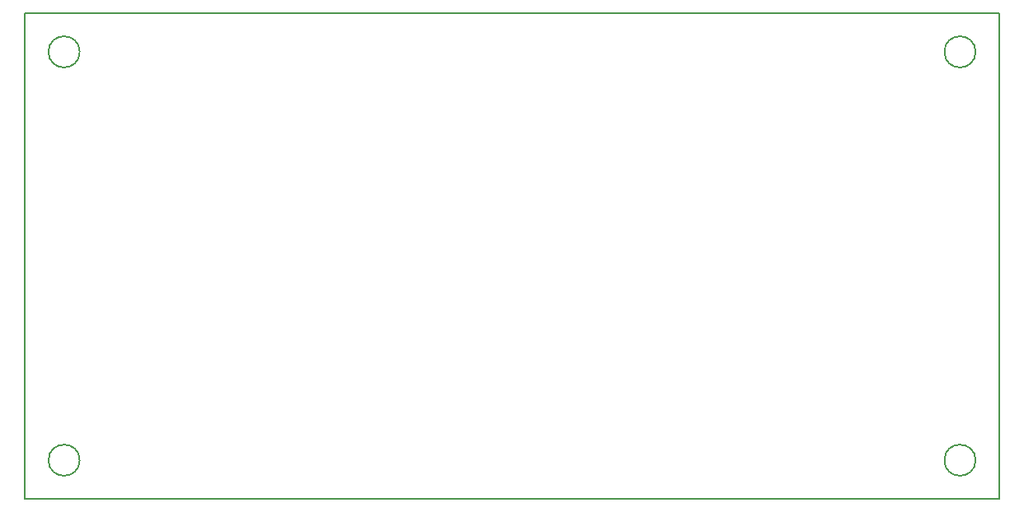
<source format=gbr>
%TF.GenerationSoftware,KiCad,Pcbnew,5.0.0-fee4fd1~66~ubuntu16.04.1*%
%TF.CreationDate,2020-03-09T22:27:40+01:00*%
%TF.ProjectId,robotond2020_ch340,726F626F746F6E64323032305F636833,rev?*%
%TF.SameCoordinates,Original*%
%TF.FileFunction,Profile,NP*%
%FSLAX46Y46*%
G04 Gerber Fmt 4.6, Leading zero omitted, Abs format (unit mm)*
G04 Created by KiCad (PCBNEW 5.0.0-fee4fd1~66~ubuntu16.04.1) date Mon Mar  9 22:27:40 2020*
%MOMM*%
%LPD*%
G01*
G04 APERTURE LIST*
%ADD10C,0.200000*%
%ADD11C,0.150000*%
G04 APERTURE END LIST*
D10*
X197600000Y-96000000D02*
G75*
G03X197600000Y-96000000I-1600000J0D01*
G01*
X105600000Y-96000000D02*
G75*
G03X105600000Y-96000000I-1600000J0D01*
G01*
X105600000Y-54000000D02*
G75*
G03X105600000Y-54000000I-1600000J0D01*
G01*
X197600000Y-54000000D02*
G75*
G03X197600000Y-54000000I-1600000J0D01*
G01*
D11*
X100000000Y-100000000D02*
X100000000Y-50000000D01*
X200000000Y-100000000D02*
X100000000Y-100000000D01*
X200000000Y-50000000D02*
X200000000Y-100000000D01*
X100000000Y-50000000D02*
X200000000Y-50000000D01*
M02*

</source>
